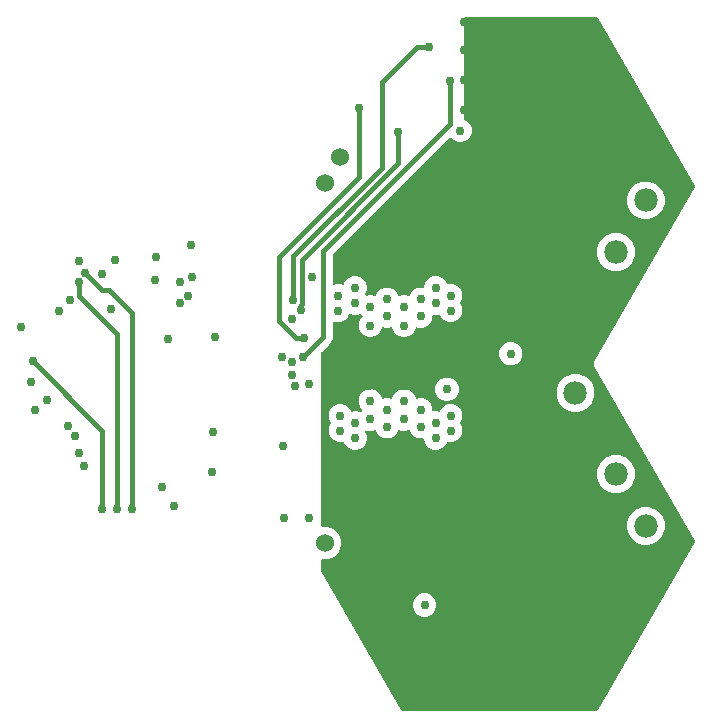
<source format=gbr>
G04 EAGLE Gerber RS-274X export*
G75*
%MOMM*%
%FSLAX34Y34*%
%LPD*%
%INCopper Layer 2*%
%IPPOS*%
%AMOC8*
5,1,8,0,0,1.08239X$1,22.5*%
G01*
%ADD10C,1.981200*%
%ADD11C,1.530000*%
%ADD12C,0.756400*%
%ADD13C,0.406400*%

G36*
X-11380Y-294178D02*
X-11380Y-294178D01*
X-11377Y-294178D01*
X-11249Y-294158D01*
X-11121Y-294138D01*
X-11118Y-294137D01*
X-11114Y-294136D01*
X-10998Y-294079D01*
X-10882Y-294023D01*
X-10879Y-294020D01*
X-10876Y-294019D01*
X-10866Y-294008D01*
X-10688Y-293841D01*
X-10645Y-293767D01*
X-10615Y-293734D01*
X71664Y-151219D01*
X71665Y-151216D01*
X71668Y-151213D01*
X71713Y-151093D01*
X71761Y-150972D01*
X71761Y-150968D01*
X71762Y-150964D01*
X71771Y-150836D01*
X71780Y-150707D01*
X71779Y-150703D01*
X71780Y-150699D01*
X71775Y-150686D01*
X71720Y-150448D01*
X71677Y-150374D01*
X71664Y-150331D01*
X-12530Y-4498D01*
X-12577Y-4439D01*
X-12595Y-4402D01*
X-13095Y-3750D01*
X-13179Y-3434D01*
X-13256Y-3260D01*
X-13268Y-3220D01*
X-13432Y-2937D01*
X-13539Y-2122D01*
X-13560Y-2050D01*
X-13561Y-2008D01*
X-13774Y-1215D01*
X-13731Y-891D01*
X-13735Y-701D01*
X-13731Y-659D01*
X-13774Y-335D01*
X-13561Y458D01*
X-13553Y533D01*
X-13539Y572D01*
X-13432Y1387D01*
X-13268Y1670D01*
X-13199Y1847D01*
X-13179Y1884D01*
X-13095Y2200D01*
X-12595Y2852D01*
X-12558Y2918D01*
X-12530Y2948D01*
X71664Y148781D01*
X71665Y148784D01*
X71668Y148787D01*
X71713Y148907D01*
X71761Y149028D01*
X71761Y149032D01*
X71762Y149036D01*
X71771Y149164D01*
X71780Y149293D01*
X71779Y149297D01*
X71780Y149301D01*
X71775Y149314D01*
X71720Y149552D01*
X71677Y149626D01*
X71664Y149669D01*
X-10615Y292184D01*
X-10617Y292187D01*
X-10618Y292191D01*
X-10700Y292291D01*
X-10781Y292392D01*
X-10784Y292394D01*
X-10786Y292397D01*
X-10895Y292470D01*
X-11001Y292541D01*
X-11004Y292542D01*
X-11007Y292544D01*
X-11021Y292547D01*
X-11255Y292619D01*
X-11340Y292618D01*
X-11384Y292628D01*
X-123031Y292628D01*
X-123133Y292613D01*
X-123235Y292605D01*
X-123264Y292593D01*
X-123294Y292588D01*
X-123386Y292544D01*
X-123482Y292506D01*
X-123506Y292486D01*
X-123533Y292473D01*
X-123608Y292403D01*
X-123688Y292338D01*
X-123705Y292312D01*
X-123728Y292291D01*
X-123779Y292202D01*
X-123836Y292117D01*
X-123841Y292093D01*
X-123860Y292061D01*
X-123917Y291801D01*
X-123914Y291763D01*
X-123920Y291740D01*
X-123920Y206860D01*
X-123910Y206799D01*
X-123911Y206737D01*
X-123890Y206668D01*
X-123880Y206597D01*
X-123853Y206542D01*
X-123835Y206482D01*
X-123795Y206423D01*
X-123764Y206358D01*
X-123722Y206313D01*
X-123687Y206261D01*
X-123648Y206234D01*
X-123583Y206164D01*
X-123397Y206057D01*
X-123371Y206040D01*
X-121404Y205225D01*
X-118625Y202446D01*
X-117121Y198815D01*
X-117121Y194885D01*
X-118625Y191254D01*
X-121404Y188475D01*
X-125035Y186971D01*
X-128965Y186971D01*
X-132596Y188475D01*
X-134753Y190632D01*
X-134836Y190693D01*
X-134914Y190760D01*
X-134942Y190772D01*
X-134967Y190790D01*
X-135064Y190824D01*
X-135158Y190864D01*
X-135189Y190867D01*
X-135218Y190878D01*
X-135321Y190881D01*
X-135423Y190892D01*
X-135453Y190886D01*
X-135484Y190887D01*
X-135583Y190860D01*
X-135684Y190840D01*
X-135704Y190827D01*
X-135740Y190817D01*
X-135965Y190674D01*
X-135989Y190645D01*
X-136009Y190632D01*
X-234499Y92143D01*
X-234511Y92126D01*
X-234527Y92113D01*
X-234590Y92019D01*
X-234656Y91929D01*
X-234663Y91909D01*
X-234675Y91892D01*
X-234685Y91847D01*
X-234744Y91678D01*
X-234748Y91565D01*
X-234759Y91515D01*
X-234759Y67279D01*
X-234757Y67268D01*
X-234759Y67258D01*
X-234737Y67137D01*
X-234719Y67016D01*
X-234714Y67006D01*
X-234713Y66996D01*
X-234657Y66887D01*
X-234603Y66776D01*
X-234596Y66769D01*
X-234591Y66759D01*
X-234506Y66672D01*
X-234422Y66582D01*
X-234413Y66577D01*
X-234405Y66569D01*
X-234297Y66511D01*
X-234191Y66450D01*
X-234181Y66448D01*
X-234172Y66443D01*
X-234051Y66419D01*
X-233932Y66392D01*
X-233921Y66393D01*
X-233911Y66391D01*
X-233880Y66397D01*
X-233667Y66414D01*
X-233578Y66450D01*
X-233531Y66458D01*
X-232153Y67029D01*
X-228222Y67029D01*
X-226404Y66276D01*
X-226305Y66251D01*
X-226207Y66220D01*
X-226176Y66219D01*
X-226146Y66212D01*
X-226044Y66218D01*
X-225941Y66217D01*
X-225912Y66225D01*
X-225881Y66227D01*
X-225785Y66263D01*
X-225686Y66292D01*
X-225661Y66310D01*
X-225632Y66320D01*
X-225551Y66383D01*
X-225466Y66440D01*
X-225452Y66460D01*
X-225422Y66483D01*
X-225269Y66701D01*
X-225258Y66737D01*
X-225244Y66756D01*
X-224275Y69096D01*
X-221496Y71875D01*
X-217865Y73379D01*
X-213935Y73379D01*
X-210304Y71875D01*
X-207525Y69096D01*
X-206021Y65465D01*
X-206021Y61535D01*
X-207394Y58222D01*
X-207406Y58172D01*
X-207427Y58125D01*
X-207438Y58043D01*
X-207457Y57964D01*
X-207454Y57912D01*
X-207461Y57861D01*
X-207447Y57780D01*
X-207442Y57698D01*
X-207424Y57650D01*
X-207415Y57599D01*
X-207378Y57526D01*
X-207349Y57449D01*
X-207317Y57409D01*
X-207294Y57363D01*
X-207236Y57304D01*
X-207186Y57239D01*
X-207144Y57210D01*
X-207108Y57173D01*
X-207036Y57134D01*
X-206969Y57087D01*
X-206919Y57071D01*
X-206874Y57046D01*
X-206794Y57030D01*
X-206716Y57005D01*
X-206664Y57005D01*
X-206613Y56995D01*
X-206562Y57003D01*
X-206450Y57002D01*
X-206278Y57053D01*
X-206233Y57061D01*
X-205165Y57504D01*
X-201235Y57504D01*
X-199417Y56751D01*
X-199317Y56726D01*
X-199219Y56695D01*
X-199189Y56694D01*
X-199159Y56687D01*
X-199056Y56693D01*
X-198954Y56692D01*
X-198924Y56700D01*
X-198893Y56702D01*
X-198797Y56738D01*
X-198699Y56767D01*
X-198673Y56785D01*
X-198645Y56795D01*
X-198563Y56858D01*
X-198478Y56915D01*
X-198464Y56935D01*
X-198434Y56958D01*
X-198282Y57176D01*
X-198270Y57212D01*
X-198256Y57231D01*
X-197287Y59571D01*
X-194508Y62350D01*
X-190878Y63854D01*
X-186947Y63854D01*
X-183317Y62350D01*
X-180538Y59571D01*
X-179569Y57231D01*
X-179516Y57144D01*
X-179469Y57052D01*
X-179447Y57030D01*
X-179431Y57004D01*
X-179355Y56936D01*
X-179283Y56862D01*
X-179256Y56847D01*
X-179233Y56827D01*
X-179140Y56785D01*
X-179049Y56736D01*
X-179019Y56730D01*
X-178991Y56717D01*
X-178889Y56704D01*
X-178788Y56684D01*
X-178765Y56688D01*
X-178727Y56683D01*
X-178465Y56729D01*
X-178432Y56747D01*
X-178408Y56751D01*
X-176590Y57504D01*
X-172660Y57504D01*
X-170842Y56751D01*
X-170742Y56726D01*
X-170644Y56695D01*
X-170614Y56694D01*
X-170584Y56687D01*
X-170481Y56693D01*
X-170379Y56692D01*
X-170349Y56700D01*
X-170318Y56702D01*
X-170222Y56738D01*
X-170124Y56767D01*
X-170098Y56785D01*
X-170070Y56795D01*
X-169988Y56858D01*
X-169903Y56915D01*
X-169889Y56935D01*
X-169859Y56958D01*
X-169707Y57176D01*
X-169695Y57212D01*
X-169681Y57231D01*
X-168712Y59571D01*
X-165933Y62350D01*
X-162303Y63854D01*
X-158404Y63854D01*
X-158303Y63869D01*
X-158201Y63877D01*
X-158172Y63889D01*
X-158142Y63894D01*
X-158049Y63938D01*
X-157954Y63976D01*
X-157930Y63996D01*
X-157902Y64009D01*
X-157827Y64079D01*
X-157748Y64144D01*
X-157731Y64170D01*
X-157708Y64191D01*
X-157657Y64280D01*
X-157600Y64365D01*
X-157595Y64389D01*
X-157576Y64421D01*
X-157518Y64681D01*
X-157521Y64719D01*
X-157516Y64742D01*
X-157516Y65465D01*
X-156012Y69096D01*
X-153233Y71875D01*
X-149603Y73379D01*
X-145672Y73379D01*
X-142042Y71875D01*
X-139263Y69096D01*
X-138526Y67318D01*
X-138473Y67230D01*
X-138426Y67138D01*
X-138405Y67116D01*
X-138389Y67090D01*
X-138312Y67022D01*
X-138240Y66948D01*
X-138213Y66934D01*
X-138190Y66913D01*
X-138097Y66871D01*
X-138007Y66822D01*
X-137976Y66816D01*
X-137948Y66803D01*
X-137847Y66790D01*
X-137746Y66770D01*
X-137722Y66774D01*
X-137685Y66770D01*
X-137423Y66815D01*
X-137389Y66833D01*
X-137366Y66837D01*
X-136902Y67029D01*
X-132972Y67029D01*
X-129342Y65525D01*
X-126563Y62746D01*
X-125059Y59115D01*
X-125059Y55185D01*
X-126563Y51554D01*
X-126689Y51428D01*
X-126750Y51346D01*
X-126816Y51267D01*
X-126828Y51239D01*
X-126846Y51214D01*
X-126880Y51117D01*
X-126921Y51023D01*
X-126924Y50992D01*
X-126934Y50963D01*
X-126937Y50861D01*
X-126948Y50758D01*
X-126942Y50728D01*
X-126943Y50697D01*
X-126916Y50598D01*
X-126896Y50498D01*
X-126883Y50478D01*
X-126873Y50441D01*
X-126731Y50217D01*
X-126702Y50192D01*
X-126689Y50172D01*
X-126563Y50046D01*
X-125059Y46415D01*
X-125059Y42485D01*
X-126563Y38854D01*
X-129342Y36075D01*
X-132972Y34571D01*
X-136903Y34571D01*
X-140533Y36075D01*
X-143312Y38854D01*
X-144049Y40632D01*
X-144102Y40720D01*
X-144149Y40812D01*
X-144170Y40834D01*
X-144186Y40860D01*
X-144263Y40928D01*
X-144335Y41002D01*
X-144362Y41016D01*
X-144385Y41037D01*
X-144478Y41079D01*
X-144568Y41128D01*
X-144599Y41134D01*
X-144627Y41147D01*
X-144728Y41160D01*
X-144829Y41180D01*
X-144853Y41176D01*
X-144890Y41180D01*
X-145152Y41135D01*
X-145186Y41117D01*
X-145209Y41113D01*
X-145673Y40921D01*
X-149571Y40921D01*
X-149672Y40906D01*
X-149774Y40898D01*
X-149803Y40886D01*
X-149833Y40881D01*
X-149926Y40837D01*
X-150021Y40799D01*
X-150045Y40779D01*
X-150073Y40766D01*
X-150148Y40696D01*
X-150227Y40631D01*
X-150244Y40605D01*
X-150267Y40584D01*
X-150318Y40495D01*
X-150375Y40410D01*
X-150380Y40386D01*
X-150399Y40354D01*
X-150457Y40094D01*
X-150454Y40056D01*
X-150459Y40033D01*
X-150459Y37722D01*
X-151963Y34092D01*
X-154742Y31313D01*
X-158372Y29809D01*
X-162303Y29809D01*
X-163559Y30329D01*
X-163659Y30354D01*
X-163757Y30385D01*
X-163788Y30386D01*
X-163817Y30393D01*
X-163920Y30387D01*
X-164023Y30388D01*
X-164052Y30380D01*
X-164083Y30378D01*
X-164179Y30342D01*
X-164277Y30313D01*
X-164303Y30295D01*
X-164332Y30285D01*
X-164413Y30222D01*
X-164498Y30165D01*
X-164512Y30145D01*
X-164542Y30122D01*
X-164695Y29904D01*
X-164706Y29868D01*
X-164720Y29849D01*
X-166250Y26154D01*
X-169029Y23375D01*
X-172660Y21871D01*
X-176590Y21871D01*
X-180221Y23375D01*
X-183000Y26154D01*
X-184530Y29849D01*
X-184583Y29937D01*
X-184630Y30028D01*
X-184651Y30050D01*
X-184667Y30076D01*
X-184744Y30145D01*
X-184816Y30218D01*
X-184843Y30233D01*
X-184866Y30253D01*
X-184959Y30295D01*
X-185050Y30344D01*
X-185080Y30350D01*
X-185108Y30363D01*
X-185210Y30376D01*
X-185310Y30396D01*
X-185334Y30392D01*
X-185372Y30397D01*
X-185633Y30351D01*
X-185667Y30333D01*
X-185691Y30329D01*
X-186947Y29809D01*
X-190878Y29809D01*
X-192134Y30329D01*
X-192234Y30354D01*
X-192332Y30385D01*
X-192363Y30386D01*
X-192392Y30393D01*
X-192495Y30387D01*
X-192598Y30388D01*
X-192627Y30380D01*
X-192658Y30378D01*
X-192754Y30342D01*
X-192852Y30313D01*
X-192878Y30295D01*
X-192907Y30285D01*
X-192988Y30222D01*
X-193073Y30165D01*
X-193087Y30145D01*
X-193117Y30122D01*
X-193270Y29904D01*
X-193281Y29868D01*
X-193295Y29849D01*
X-194825Y26154D01*
X-197604Y23375D01*
X-201235Y21871D01*
X-205165Y21871D01*
X-208796Y23375D01*
X-211575Y26154D01*
X-213079Y29785D01*
X-213079Y33715D01*
X-211575Y37346D01*
X-209861Y39059D01*
X-209800Y39142D01*
X-209734Y39220D01*
X-209722Y39249D01*
X-209703Y39273D01*
X-209670Y39370D01*
X-209629Y39465D01*
X-209626Y39495D01*
X-209616Y39524D01*
X-209613Y39627D01*
X-209602Y39729D01*
X-209608Y39759D01*
X-209607Y39790D01*
X-209634Y39889D01*
X-209654Y39990D01*
X-209667Y40010D01*
X-209677Y40047D01*
X-209819Y40271D01*
X-209848Y40295D01*
X-209861Y40316D01*
X-211063Y41517D01*
X-211113Y41554D01*
X-211156Y41598D01*
X-211219Y41633D01*
X-211277Y41675D01*
X-211336Y41695D01*
X-211390Y41725D01*
X-211460Y41739D01*
X-211528Y41762D01*
X-211590Y41765D01*
X-211651Y41777D01*
X-211698Y41768D01*
X-211794Y41772D01*
X-212000Y41715D01*
X-212031Y41710D01*
X-213935Y40921D01*
X-217865Y40921D01*
X-219683Y41674D01*
X-219783Y41699D01*
X-219881Y41730D01*
X-219911Y41731D01*
X-219941Y41738D01*
X-220044Y41732D01*
X-220146Y41733D01*
X-220176Y41725D01*
X-220207Y41723D01*
X-220303Y41687D01*
X-220401Y41658D01*
X-220427Y41640D01*
X-220455Y41630D01*
X-220537Y41567D01*
X-220622Y41510D01*
X-220636Y41490D01*
X-220666Y41467D01*
X-220818Y41249D01*
X-220830Y41213D01*
X-220844Y41194D01*
X-221813Y38854D01*
X-224592Y36075D01*
X-228222Y34571D01*
X-232153Y34571D01*
X-233531Y35142D01*
X-233541Y35145D01*
X-233550Y35150D01*
X-233669Y35176D01*
X-233789Y35206D01*
X-233799Y35205D01*
X-233809Y35208D01*
X-233932Y35198D01*
X-234054Y35191D01*
X-234064Y35187D01*
X-234074Y35186D01*
X-234188Y35140D01*
X-234303Y35097D01*
X-234311Y35091D01*
X-234321Y35087D01*
X-234417Y35009D01*
X-234513Y34935D01*
X-234519Y34926D01*
X-234527Y34919D01*
X-234596Y34817D01*
X-234666Y34717D01*
X-234669Y34707D01*
X-234675Y34698D01*
X-234682Y34668D01*
X-234747Y34464D01*
X-234748Y34368D01*
X-234759Y34321D01*
X-234759Y20608D01*
X-235996Y17620D01*
X-238408Y15209D01*
X-244309Y9307D01*
X-244322Y9291D01*
X-244338Y9277D01*
X-244401Y9184D01*
X-244467Y9093D01*
X-244474Y9074D01*
X-244486Y9056D01*
X-244496Y9012D01*
X-244554Y8842D01*
X-244558Y8730D01*
X-244570Y8679D01*
X-244570Y-137765D01*
X-244554Y-137867D01*
X-244546Y-137969D01*
X-244534Y-137997D01*
X-244530Y-138028D01*
X-244485Y-138120D01*
X-244447Y-138216D01*
X-244427Y-138239D01*
X-244414Y-138267D01*
X-244344Y-138342D01*
X-244279Y-138422D01*
X-244254Y-138439D01*
X-244233Y-138461D01*
X-244144Y-138512D01*
X-244058Y-138569D01*
X-244035Y-138575D01*
X-244002Y-138593D01*
X-243742Y-138651D01*
X-243705Y-138648D01*
X-243681Y-138653D01*
X-238566Y-138653D01*
X-233513Y-140746D01*
X-229646Y-144613D01*
X-227553Y-149666D01*
X-227553Y-155134D01*
X-229646Y-160187D01*
X-233513Y-164054D01*
X-238566Y-166147D01*
X-243681Y-166147D01*
X-243783Y-166162D01*
X-243885Y-166170D01*
X-243914Y-166182D01*
X-243944Y-166187D01*
X-244036Y-166231D01*
X-244132Y-166269D01*
X-244156Y-166289D01*
X-244183Y-166302D01*
X-244258Y-166372D01*
X-244338Y-166437D01*
X-244355Y-166463D01*
X-244378Y-166484D01*
X-244429Y-166573D01*
X-244486Y-166658D01*
X-244491Y-166682D01*
X-244510Y-166714D01*
X-244567Y-166974D01*
X-244564Y-167012D01*
X-244570Y-167035D01*
X-244570Y-175957D01*
X-244564Y-175995D01*
X-244566Y-176033D01*
X-244550Y-176083D01*
X-244530Y-176220D01*
X-244466Y-176351D01*
X-244451Y-176401D01*
X-176710Y-293734D01*
X-176708Y-293737D01*
X-176707Y-293741D01*
X-176624Y-293842D01*
X-176544Y-293942D01*
X-176541Y-293944D01*
X-176539Y-293947D01*
X-176430Y-294020D01*
X-176324Y-294091D01*
X-176321Y-294092D01*
X-176318Y-294094D01*
X-176304Y-294097D01*
X-176070Y-294169D01*
X-175985Y-294168D01*
X-175941Y-294178D01*
X-11384Y-294178D01*
X-11380Y-294178D01*
G37*
%LPC*%
G36*
X-217865Y-73379D02*
X-217865Y-73379D01*
X-221496Y-71875D01*
X-224275Y-69096D01*
X-225011Y-67318D01*
X-225043Y-67266D01*
X-225059Y-67224D01*
X-225081Y-67198D01*
X-225111Y-67138D01*
X-225133Y-67116D01*
X-225149Y-67090D01*
X-225219Y-67027D01*
X-225227Y-67018D01*
X-225234Y-67013D01*
X-225297Y-66948D01*
X-225324Y-66934D01*
X-225347Y-66913D01*
X-225440Y-66871D01*
X-225531Y-66822D01*
X-225561Y-66816D01*
X-225589Y-66803D01*
X-225691Y-66790D01*
X-225792Y-66770D01*
X-225815Y-66774D01*
X-225853Y-66770D01*
X-226115Y-66815D01*
X-226135Y-66826D01*
X-226136Y-66826D01*
X-226150Y-66833D01*
X-226172Y-66837D01*
X-226635Y-67029D01*
X-230565Y-67029D01*
X-234196Y-65525D01*
X-236975Y-62746D01*
X-238479Y-59115D01*
X-238479Y-55185D01*
X-236975Y-51554D01*
X-236849Y-51428D01*
X-236808Y-51373D01*
X-236783Y-51349D01*
X-236766Y-51319D01*
X-236721Y-51267D01*
X-236709Y-51239D01*
X-236691Y-51214D01*
X-236669Y-51150D01*
X-236651Y-51118D01*
X-236643Y-51084D01*
X-236617Y-51023D01*
X-236614Y-50992D01*
X-236604Y-50963D01*
X-236601Y-50897D01*
X-236593Y-50859D01*
X-236596Y-50821D01*
X-236590Y-50758D01*
X-236596Y-50728D01*
X-236594Y-50697D01*
X-236611Y-50637D01*
X-236615Y-50594D01*
X-236630Y-50555D01*
X-236642Y-50498D01*
X-236654Y-50478D01*
X-236664Y-50441D01*
X-236696Y-50392D01*
X-236714Y-50347D01*
X-236762Y-50288D01*
X-236807Y-50217D01*
X-236836Y-50192D01*
X-236849Y-50172D01*
X-236975Y-50046D01*
X-238479Y-46415D01*
X-238479Y-42485D01*
X-236975Y-38854D01*
X-234196Y-36075D01*
X-230565Y-34571D01*
X-226635Y-34571D01*
X-223004Y-36075D01*
X-220225Y-38854D01*
X-219489Y-40632D01*
X-219436Y-40720D01*
X-219389Y-40812D01*
X-219367Y-40834D01*
X-219351Y-40860D01*
X-219275Y-40928D01*
X-219203Y-41002D01*
X-219176Y-41016D01*
X-219153Y-41037D01*
X-219060Y-41079D01*
X-218969Y-41128D01*
X-218939Y-41134D01*
X-218911Y-41147D01*
X-218809Y-41160D01*
X-218708Y-41180D01*
X-218685Y-41176D01*
X-218647Y-41180D01*
X-218385Y-41135D01*
X-218352Y-41117D01*
X-218328Y-41113D01*
X-217865Y-40921D01*
X-213935Y-40921D01*
X-212031Y-41710D01*
X-211971Y-41725D01*
X-211914Y-41749D01*
X-211842Y-41757D01*
X-211773Y-41774D01*
X-211711Y-41770D01*
X-211649Y-41777D01*
X-211579Y-41763D01*
X-211508Y-41758D01*
X-211450Y-41737D01*
X-211389Y-41725D01*
X-211348Y-41699D01*
X-211259Y-41665D01*
X-211089Y-41534D01*
X-211063Y-41517D01*
X-209861Y-40316D01*
X-209800Y-40233D01*
X-209734Y-40155D01*
X-209722Y-40126D01*
X-209703Y-40102D01*
X-209670Y-40005D01*
X-209629Y-39910D01*
X-209626Y-39880D01*
X-209616Y-39851D01*
X-209613Y-39748D01*
X-209602Y-39646D01*
X-209608Y-39616D01*
X-209607Y-39585D01*
X-209634Y-39486D01*
X-209654Y-39385D01*
X-209667Y-39365D01*
X-209677Y-39328D01*
X-209819Y-39104D01*
X-209848Y-39080D01*
X-209861Y-39059D01*
X-211575Y-37346D01*
X-213079Y-33715D01*
X-213079Y-29785D01*
X-211575Y-26154D01*
X-208796Y-23375D01*
X-205165Y-21871D01*
X-201235Y-21871D01*
X-197604Y-23375D01*
X-194825Y-26154D01*
X-193295Y-29849D01*
X-193264Y-29900D01*
X-193252Y-29930D01*
X-193234Y-29953D01*
X-193195Y-30028D01*
X-193174Y-30050D01*
X-193158Y-30076D01*
X-193081Y-30145D01*
X-193009Y-30218D01*
X-192982Y-30233D01*
X-192959Y-30253D01*
X-192866Y-30295D01*
X-192775Y-30344D01*
X-192745Y-30350D01*
X-192717Y-30363D01*
X-192615Y-30376D01*
X-192515Y-30396D01*
X-192491Y-30392D01*
X-192453Y-30397D01*
X-192192Y-30351D01*
X-192158Y-30333D01*
X-192134Y-30329D01*
X-190878Y-29809D01*
X-186947Y-29809D01*
X-185691Y-30329D01*
X-185591Y-30354D01*
X-185493Y-30385D01*
X-185462Y-30386D01*
X-185433Y-30393D01*
X-185330Y-30387D01*
X-185227Y-30388D01*
X-185198Y-30380D01*
X-185167Y-30378D01*
X-185071Y-30342D01*
X-184973Y-30313D01*
X-184947Y-30295D01*
X-184918Y-30285D01*
X-184837Y-30222D01*
X-184752Y-30165D01*
X-184738Y-30145D01*
X-184708Y-30122D01*
X-184648Y-30037D01*
X-184642Y-30031D01*
X-184633Y-30015D01*
X-184555Y-29904D01*
X-184544Y-29868D01*
X-184530Y-29849D01*
X-183000Y-26154D01*
X-180221Y-23375D01*
X-176590Y-21871D01*
X-172660Y-21871D01*
X-169029Y-23375D01*
X-166250Y-26154D01*
X-164720Y-29849D01*
X-164689Y-29900D01*
X-164677Y-29930D01*
X-164659Y-29953D01*
X-164620Y-30028D01*
X-164599Y-30050D01*
X-164583Y-30076D01*
X-164506Y-30145D01*
X-164434Y-30218D01*
X-164407Y-30233D01*
X-164384Y-30253D01*
X-164291Y-30295D01*
X-164200Y-30344D01*
X-164170Y-30350D01*
X-164142Y-30363D01*
X-164040Y-30376D01*
X-163940Y-30396D01*
X-163916Y-30392D01*
X-163878Y-30397D01*
X-163617Y-30351D01*
X-163583Y-30333D01*
X-163559Y-30329D01*
X-162303Y-29809D01*
X-158372Y-29809D01*
X-154742Y-31313D01*
X-151963Y-34092D01*
X-150459Y-37722D01*
X-150459Y-40033D01*
X-150443Y-40135D01*
X-150435Y-40237D01*
X-150424Y-40265D01*
X-150419Y-40296D01*
X-150374Y-40388D01*
X-150336Y-40484D01*
X-150317Y-40507D01*
X-150303Y-40535D01*
X-150233Y-40610D01*
X-150168Y-40690D01*
X-150143Y-40707D01*
X-150122Y-40729D01*
X-150033Y-40780D01*
X-149947Y-40837D01*
X-149924Y-40843D01*
X-149891Y-40861D01*
X-149632Y-40919D01*
X-149594Y-40916D01*
X-149571Y-40921D01*
X-145672Y-40921D01*
X-145209Y-41113D01*
X-145110Y-41138D01*
X-145012Y-41169D01*
X-144981Y-41170D01*
X-144951Y-41177D01*
X-144849Y-41171D01*
X-144746Y-41172D01*
X-144717Y-41163D01*
X-144686Y-41162D01*
X-144590Y-41126D01*
X-144491Y-41096D01*
X-144466Y-41079D01*
X-144437Y-41068D01*
X-144356Y-41005D01*
X-144271Y-40948D01*
X-144257Y-40929D01*
X-144227Y-40906D01*
X-144074Y-40688D01*
X-144063Y-40652D01*
X-144049Y-40632D01*
X-143312Y-38854D01*
X-140533Y-36075D01*
X-136903Y-34571D01*
X-132972Y-34571D01*
X-129342Y-36075D01*
X-126563Y-38854D01*
X-125059Y-42485D01*
X-125059Y-46415D01*
X-126563Y-50046D01*
X-126689Y-50172D01*
X-126719Y-50213D01*
X-126755Y-50246D01*
X-126780Y-50290D01*
X-126816Y-50333D01*
X-126828Y-50361D01*
X-126847Y-50386D01*
X-126865Y-50439D01*
X-126887Y-50477D01*
X-126897Y-50521D01*
X-126921Y-50577D01*
X-126924Y-50608D01*
X-126934Y-50637D01*
X-126936Y-50698D01*
X-126945Y-50737D01*
X-126941Y-50777D01*
X-126948Y-50842D01*
X-126942Y-50872D01*
X-126943Y-50903D01*
X-126926Y-50965D01*
X-126923Y-51002D01*
X-126909Y-51036D01*
X-126896Y-51102D01*
X-126883Y-51123D01*
X-126873Y-51159D01*
X-126837Y-51216D01*
X-126824Y-51248D01*
X-126789Y-51291D01*
X-126731Y-51383D01*
X-126702Y-51408D01*
X-126689Y-51428D01*
X-126563Y-51554D01*
X-125059Y-55185D01*
X-125059Y-59115D01*
X-126563Y-62746D01*
X-129342Y-65525D01*
X-132972Y-67029D01*
X-136903Y-67029D01*
X-137366Y-66837D01*
X-137465Y-66812D01*
X-137563Y-66781D01*
X-137594Y-66780D01*
X-137624Y-66773D01*
X-137726Y-66779D01*
X-137829Y-66778D01*
X-137858Y-66787D01*
X-137889Y-66788D01*
X-137985Y-66824D01*
X-138084Y-66854D01*
X-138109Y-66871D01*
X-138138Y-66882D01*
X-138219Y-66945D01*
X-138304Y-67002D01*
X-138318Y-67021D01*
X-138348Y-67044D01*
X-138393Y-67108D01*
X-138409Y-67123D01*
X-138433Y-67166D01*
X-138501Y-67262D01*
X-138512Y-67298D01*
X-138526Y-67318D01*
X-139263Y-69096D01*
X-142042Y-71875D01*
X-145672Y-73379D01*
X-149603Y-73379D01*
X-153233Y-71875D01*
X-156012Y-69096D01*
X-157516Y-65465D01*
X-157516Y-64742D01*
X-157532Y-64640D01*
X-157540Y-64538D01*
X-157551Y-64510D01*
X-157556Y-64479D01*
X-157601Y-64387D01*
X-157639Y-64291D01*
X-157658Y-64268D01*
X-157672Y-64240D01*
X-157742Y-64165D01*
X-157807Y-64085D01*
X-157832Y-64068D01*
X-157853Y-64046D01*
X-157942Y-63995D01*
X-158028Y-63938D01*
X-158051Y-63932D01*
X-158084Y-63914D01*
X-158343Y-63856D01*
X-158381Y-63859D01*
X-158404Y-63854D01*
X-162303Y-63854D01*
X-165933Y-62350D01*
X-168712Y-59571D01*
X-169681Y-57231D01*
X-169734Y-57144D01*
X-169781Y-57052D01*
X-169803Y-57030D01*
X-169819Y-57004D01*
X-169895Y-56936D01*
X-169967Y-56862D01*
X-169994Y-56847D01*
X-170017Y-56827D01*
X-170110Y-56785D01*
X-170201Y-56736D01*
X-170231Y-56730D01*
X-170259Y-56717D01*
X-170361Y-56704D01*
X-170462Y-56684D01*
X-170485Y-56688D01*
X-170523Y-56683D01*
X-170785Y-56729D01*
X-170818Y-56747D01*
X-170842Y-56751D01*
X-172660Y-57504D01*
X-176590Y-57504D01*
X-178408Y-56751D01*
X-178508Y-56726D01*
X-178606Y-56695D01*
X-178636Y-56694D01*
X-178666Y-56687D01*
X-178769Y-56693D01*
X-178871Y-56692D01*
X-178901Y-56700D01*
X-178932Y-56702D01*
X-179028Y-56738D01*
X-179126Y-56767D01*
X-179152Y-56785D01*
X-179180Y-56795D01*
X-179262Y-56858D01*
X-179347Y-56915D01*
X-179361Y-56935D01*
X-179391Y-56958D01*
X-179543Y-57176D01*
X-179555Y-57212D01*
X-179569Y-57231D01*
X-180538Y-59571D01*
X-183317Y-62350D01*
X-186947Y-63854D01*
X-190878Y-63854D01*
X-194508Y-62350D01*
X-197287Y-59571D01*
X-198256Y-57231D01*
X-198309Y-57144D01*
X-198356Y-57052D01*
X-198378Y-57030D01*
X-198394Y-57004D01*
X-198470Y-56936D01*
X-198542Y-56862D01*
X-198569Y-56847D01*
X-198592Y-56827D01*
X-198685Y-56785D01*
X-198776Y-56736D01*
X-198806Y-56730D01*
X-198834Y-56717D01*
X-198936Y-56704D01*
X-199037Y-56684D01*
X-199060Y-56688D01*
X-199098Y-56683D01*
X-199360Y-56729D01*
X-199393Y-56747D01*
X-199417Y-56751D01*
X-201235Y-57504D01*
X-205165Y-57504D01*
X-206233Y-57061D01*
X-206283Y-57049D01*
X-206330Y-57028D01*
X-206411Y-57017D01*
X-206491Y-56997D01*
X-206543Y-57000D01*
X-206594Y-56994D01*
X-206675Y-57008D01*
X-206756Y-57013D01*
X-206805Y-57031D01*
X-206856Y-57040D01*
X-206929Y-57077D01*
X-207005Y-57106D01*
X-207046Y-57138D01*
X-207092Y-57161D01*
X-207151Y-57218D01*
X-207216Y-57269D01*
X-207245Y-57311D01*
X-207282Y-57347D01*
X-207321Y-57419D01*
X-207368Y-57486D01*
X-207384Y-57536D01*
X-207409Y-57581D01*
X-207425Y-57661D01*
X-207450Y-57739D01*
X-207450Y-57791D01*
X-207460Y-57842D01*
X-207451Y-57893D01*
X-207453Y-58005D01*
X-207431Y-58078D01*
X-207428Y-58108D01*
X-207404Y-58169D01*
X-207401Y-58177D01*
X-207394Y-58222D01*
X-206021Y-61535D01*
X-206021Y-65465D01*
X-207525Y-69096D01*
X-210304Y-71875D01*
X-213935Y-73379D01*
X-217865Y-73379D01*
G37*
%LPD*%
%LPC*%
G36*
X26852Y121662D02*
X26852Y121662D01*
X20971Y124098D01*
X16469Y128600D01*
X14033Y134481D01*
X14033Y140848D01*
X16469Y146729D01*
X20971Y151231D01*
X26852Y153667D01*
X33219Y153667D01*
X39100Y151231D01*
X43602Y146729D01*
X46038Y140848D01*
X46038Y134481D01*
X43602Y128600D01*
X39100Y124098D01*
X33219Y121662D01*
X26852Y121662D01*
G37*
%LPD*%
%LPC*%
G36*
X-32552Y-41149D02*
X-32552Y-41149D01*
X-38434Y-38712D01*
X-42935Y-34211D01*
X-45371Y-28329D01*
X-45371Y-21963D01*
X-42935Y-16081D01*
X-38434Y-11580D01*
X-32552Y-9143D01*
X-26186Y-9143D01*
X-20304Y-11580D01*
X-15802Y-16081D01*
X-13366Y-21963D01*
X-13366Y-28329D01*
X-15802Y-34211D01*
X-20304Y-38712D01*
X-26186Y-41149D01*
X-32552Y-41149D01*
G37*
%LPD*%
%LPC*%
G36*
X26852Y-153667D02*
X26852Y-153667D01*
X20971Y-151231D01*
X16469Y-146729D01*
X14033Y-140848D01*
X14033Y-134481D01*
X16469Y-128600D01*
X20971Y-124098D01*
X26852Y-121662D01*
X33219Y-121662D01*
X39100Y-124098D01*
X43602Y-128600D01*
X46038Y-134481D01*
X46038Y-140848D01*
X43602Y-146729D01*
X39100Y-151231D01*
X33219Y-153667D01*
X26852Y-153667D01*
G37*
%LPD*%
%LPC*%
G36*
X1706Y78108D02*
X1706Y78108D01*
X-4175Y80544D01*
X-8677Y85046D01*
X-11113Y90927D01*
X-11113Y97294D01*
X-8677Y103175D01*
X-4175Y107677D01*
X1706Y110113D01*
X8073Y110113D01*
X13954Y107677D01*
X18456Y103175D01*
X20892Y97294D01*
X20892Y90927D01*
X18456Y85046D01*
X13954Y80544D01*
X8073Y78108D01*
X1706Y78108D01*
G37*
%LPD*%
%LPC*%
G36*
X1706Y-110113D02*
X1706Y-110113D01*
X-4175Y-107677D01*
X-8677Y-103175D01*
X-11113Y-97294D01*
X-11113Y-90927D01*
X-8677Y-85046D01*
X-4175Y-80544D01*
X1706Y-78108D01*
X8073Y-78108D01*
X13954Y-80544D01*
X18456Y-85046D01*
X20892Y-90927D01*
X20892Y-97294D01*
X18456Y-103175D01*
X13954Y-107677D01*
X8073Y-110113D01*
X1706Y-110113D01*
G37*
%LPD*%
%LPC*%
G36*
X-140078Y-32104D02*
X-140078Y-32104D01*
X-143708Y-30600D01*
X-146487Y-27821D01*
X-147991Y-24190D01*
X-147991Y-20260D01*
X-146487Y-16629D01*
X-143708Y-13850D01*
X-140078Y-12346D01*
X-136147Y-12346D01*
X-132517Y-13850D01*
X-129738Y-16629D01*
X-128234Y-20260D01*
X-128234Y-24190D01*
X-129738Y-27821D01*
X-132517Y-30600D01*
X-136147Y-32104D01*
X-140078Y-32104D01*
G37*
%LPD*%
%LPC*%
G36*
X-159128Y-214666D02*
X-159128Y-214666D01*
X-162758Y-213162D01*
X-165537Y-210383D01*
X-167041Y-206753D01*
X-167041Y-202822D01*
X-165537Y-199192D01*
X-162758Y-196413D01*
X-159128Y-194909D01*
X-155197Y-194909D01*
X-151567Y-196413D01*
X-148788Y-199192D01*
X-147284Y-202822D01*
X-147284Y-206753D01*
X-148788Y-210383D01*
X-151567Y-213162D01*
X-155197Y-214666D01*
X-159128Y-214666D01*
G37*
%LPD*%
%LPC*%
G36*
X-86103Y-1941D02*
X-86103Y-1941D01*
X-89733Y-437D01*
X-92512Y2342D01*
X-94016Y5972D01*
X-94016Y9903D01*
X-92512Y13533D01*
X-89733Y16312D01*
X-86103Y17816D01*
X-82172Y17816D01*
X-78542Y16312D01*
X-75763Y13533D01*
X-74259Y9903D01*
X-74259Y5972D01*
X-75763Y2342D01*
X-78542Y-437D01*
X-82172Y-1941D01*
X-86103Y-1941D01*
G37*
%LPD*%
D10*
X-29369Y-25146D03*
X-29369Y25146D03*
X30035Y-137665D03*
X4890Y-94110D03*
X4889Y94110D03*
X30036Y137665D03*
D11*
X-241300Y-152400D03*
X-228600Y-174397D03*
X-241300Y152400D03*
X-228600Y174397D03*
D12*
X-422275Y46038D03*
X-498475Y30163D03*
X-374650Y20638D03*
X-384774Y90135D03*
X-336550Y-58738D03*
X-430213Y75406D03*
X-334963Y22225D03*
X-490538Y-15813D03*
X-445488Y-87017D03*
X-379413Y-104775D03*
X-354806Y100362D03*
X-336753Y-92573D03*
X-449707Y86519D03*
X-419100Y87313D03*
X-369073Y-121423D03*
X-450056Y-76200D03*
X-385763Y70644D03*
X-457377Y53798D03*
X-466725Y44450D03*
X-147638Y63500D03*
X-134938Y57150D03*
X-147638Y50800D03*
X-134938Y44450D03*
X-215900Y63500D03*
X-230188Y57150D03*
X-215900Y50800D03*
X-230188Y44450D03*
X-147638Y-63500D03*
X-134938Y-57150D03*
X-147638Y-50800D03*
X-134938Y-44450D03*
X-215900Y-63500D03*
X-228600Y-57150D03*
X-215900Y-50800D03*
X-228600Y-44450D03*
X-138113Y-22225D03*
X-127000Y196850D03*
X-157163Y-204788D03*
X-84138Y7938D03*
X-160338Y-53975D03*
X-174625Y-47625D03*
X-160338Y-39688D03*
X-174625Y-31750D03*
X-188913Y-53975D03*
X-203200Y-47625D03*
X-188913Y-39688D03*
X-203200Y-31750D03*
X-174625Y31750D03*
X-160338Y39688D03*
X-174625Y47625D03*
X-160338Y53975D03*
X-203200Y31750D03*
X-188913Y39688D03*
X-203200Y47625D03*
X-188913Y53975D03*
X-277626Y4763D03*
X-269081Y37306D03*
X-252413Y73025D03*
X-220663Y20638D03*
X-144463Y20638D03*
X-158750Y19050D03*
X-174625Y19050D03*
X-188913Y19050D03*
X-204788Y19050D03*
X-204788Y6350D03*
X-188913Y6350D03*
X-174625Y6350D03*
X-158750Y6350D03*
X-204788Y-19050D03*
X-188913Y-19050D03*
X-174625Y-19050D03*
X-158750Y-19050D03*
X-158750Y-6350D03*
X-174625Y-6350D03*
X-188913Y-6350D03*
X-204788Y-6350D03*
X-144463Y6350D03*
X-144463Y-6350D03*
X-220663Y6350D03*
X-220663Y-6350D03*
X-220663Y-20638D03*
X-223838Y-116455D03*
X-133350Y-290513D03*
X-228600Y-195263D03*
X-133350Y-265113D03*
X-133350Y-239713D03*
X-133350Y-214313D03*
X-209550Y-185738D03*
X-171450Y-204788D03*
X-200025Y-204788D03*
X-142875Y-204788D03*
X-223838Y-145030D03*
X-104775Y-280988D03*
X-19050Y-290513D03*
X-104775Y-255588D03*
X-104775Y-230188D03*
X-104775Y-204788D03*
X-19050Y-261938D03*
X-47625Y-280988D03*
X-28575Y-214313D03*
X-47625Y-255588D03*
X-47625Y-204788D03*
X-76200Y-290513D03*
X-76200Y-265113D03*
X-123825Y214313D03*
X-123825Y239713D03*
X-123825Y265113D03*
X-123825Y288925D03*
X-95250Y204788D03*
X-95250Y255588D03*
X-95250Y280988D03*
X-66675Y265113D03*
X-66675Y288925D03*
X-38100Y204788D03*
X-38100Y230188D03*
X-38100Y255588D03*
X-38100Y280988D03*
X-76200Y-204788D03*
X-66675Y204788D03*
X-9525Y265113D03*
X-28575Y217488D03*
X-269081Y-10164D03*
X-254794Y-130969D03*
X-266700Y-19252D03*
X-268988Y548D03*
X-276225Y-130969D03*
X-259556Y21431D03*
D13*
X-280194Y89694D02*
X-212606Y157282D01*
X-259556Y21431D02*
X-265906Y21431D01*
X-280194Y35719D01*
X-280194Y89694D01*
D12*
X-212505Y216031D03*
D13*
X-212606Y215930D01*
X-212606Y157282D01*
D12*
X-260350Y4763D03*
D13*
X-242888Y22225D01*
X-242888Y95250D01*
D12*
X-135905Y239065D03*
D13*
X-135905Y202232D01*
X-242888Y95250D01*
D12*
X-276788Y-69850D03*
X-354013Y73025D03*
X-357188Y57150D03*
X-364331Y50800D03*
X-364331Y68263D03*
X-453444Y-61699D03*
X-486569Y-39688D03*
X-477137Y-31419D03*
X-458680Y-53289D03*
X-254794Y-17463D03*
X-268288Y53340D03*
X-153201Y267382D03*
D13*
X-268288Y90522D02*
X-268288Y53340D01*
X-163520Y267382D02*
X-153201Y267382D01*
X-163520Y267382D02*
X-193260Y237642D01*
X-193260Y165549D02*
X-268288Y90522D01*
X-193260Y165549D02*
X-193260Y237642D01*
D12*
X-261938Y45244D03*
D13*
X-261938Y49313D01*
X-260950Y50301D01*
X-260950Y87507D01*
X-179388Y169069D02*
X-179388Y195263D01*
D12*
X-179388Y195263D03*
D13*
X-179388Y169069D02*
X-260950Y87507D01*
D12*
X-430213Y-123825D03*
X-488950Y1588D03*
D13*
X-430213Y-57150D02*
X-430213Y-123825D01*
X-430213Y-57150D02*
X-488950Y1588D01*
D12*
X-404813Y-123825D03*
X-444475Y76225D03*
D13*
X-424622Y61937D02*
X-404813Y42128D01*
X-430188Y61937D02*
X-444475Y76225D01*
X-430188Y61937D02*
X-424622Y61937D01*
X-404813Y42128D02*
X-404813Y-123825D01*
D12*
X-417513Y-123825D03*
X-449365Y68263D03*
D13*
X-449365Y56400D02*
X-417513Y24548D01*
X-449365Y56400D02*
X-449365Y68263D01*
X-417513Y24548D02*
X-417513Y-123825D01*
M02*

</source>
